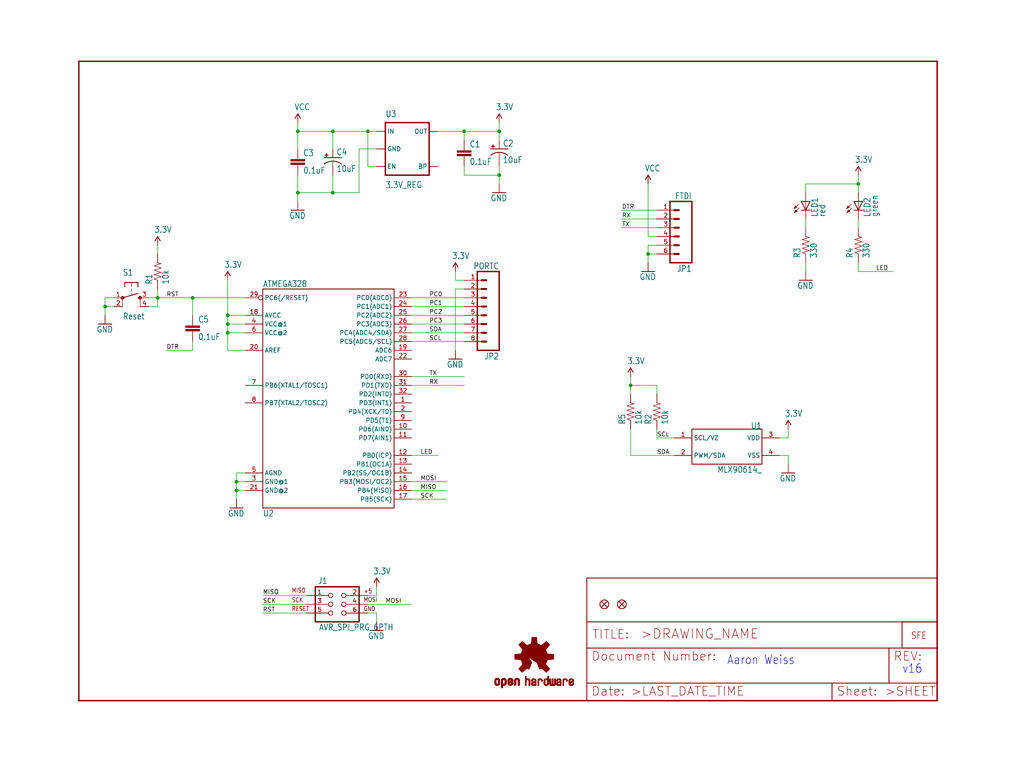
<source format=kicad_sch>
(kicad_sch (version 20211123) (generator eeschema)
  (paper "User" 297.002 223.926)
  (lib_symbols
    (symbol "schematicEagle-eagle-import:3.3V" (power)
      (property "Value" "3.3V" (at -1.016 3.556 0))
      (symbol "3.3V_1_0"
        (pin power_in line (at 0 0 90) (length 2.54) (name "3.3V") (number "1"))
      )
    )
    (symbol "schematicEagle-eagle-import:ATMEGA168"
      (property "Reference" "U" (at -17.78 -38.1 0))
      (property "Value" "ATMEGA168" (at -17.78 28.448 0))
      (symbol "ATMEGA168_1_0"
        (pin bidirectional line (at 25.4 -5.08 180) (length 5.08) (name "PD3(INT1)") (number "1"))
        (pin bidirectional line (at 25.4 -12.7 180) (length 5.08) (name "PD6(AIN0)") (number "10"))
        (pin bidirectional line (at 25.4 -15.24 180) (length 5.08) (name "PD7(AIN1)") (number "11"))
        (pin bidirectional line (at 25.4 -20.32 180) (length 5.08) (name "PB0(ICP)") (number "12"))
        (pin bidirectional line (at 25.4 -22.86 180) (length 5.08) (name "PB1(OC1A)") (number "13"))
        (pin bidirectional line (at 25.4 -25.4 180) (length 5.08) (name "PB2(SS/OC1B)") (number "14"))
        (pin bidirectional line (at 25.4 -27.94 180) (length 5.08) (name "PB3(MOSI/OC2)") (number "15"))
        (pin bidirectional line (at 25.4 -30.48 180) (length 5.08) (name "PB4(MISO)") (number "16"))
        (pin bidirectional line (at 25.4 -33.02 180) (length 5.08) (name "PB5(SCK)") (number "17"))
        (pin bidirectional line (at -22.86 20.32 0) (length 5.08) (name "AVCC") (number "18"))
        (pin bidirectional line (at 25.4 10.16 180) (length 5.08) (name "ADC6") (number "19"))
        (pin bidirectional line (at 25.4 -7.62 180) (length 5.08) (name "PD4(XCK/T0)") (number "2"))
        (pin bidirectional line (at -22.86 10.16 0) (length 5.08) (name "AREF") (number "20"))
        (pin bidirectional line (at -22.86 -30.48 0) (length 5.08) (name "GND@2") (number "21"))
        (pin bidirectional line (at 25.4 7.62 180) (length 5.08) (name "ADC7") (number "22"))
        (pin bidirectional line (at 25.4 25.4 180) (length 5.08) (name "PC0(ADC0)") (number "23"))
        (pin bidirectional line (at 25.4 22.86 180) (length 5.08) (name "PC1(ADC1)") (number "24"))
        (pin bidirectional line (at 25.4 20.32 180) (length 5.08) (name "PC2(ADC2)") (number "25"))
        (pin bidirectional line (at 25.4 17.78 180) (length 5.08) (name "PC3(ADC3)") (number "26"))
        (pin bidirectional line (at 25.4 15.24 180) (length 5.08) (name "PC4(ADC4/SDA)") (number "27"))
        (pin bidirectional line (at 25.4 12.7 180) (length 5.08) (name "PC5(ADC5/SCL)") (number "28"))
        (pin bidirectional inverted (at -22.86 25.4 0) (length 5.08) (name "PC6(/RESET)") (number "29"))
        (pin bidirectional line (at -22.86 -27.94 0) (length 5.08) (name "GND@1") (number "3"))
        (pin bidirectional line (at 25.4 2.54 180) (length 5.08) (name "PD0(RXD)") (number "30"))
        (pin bidirectional line (at 25.4 0 180) (length 5.08) (name "PD1(TXD)") (number "31"))
        (pin bidirectional line (at 25.4 -2.54 180) (length 5.08) (name "PD2(INT0)") (number "32"))
        (pin bidirectional line (at -22.86 17.78 0) (length 5.08) (name "VCC@1") (number "4"))
        (pin bidirectional line (at -22.86 -25.4 0) (length 5.08) (name "AGND") (number "5"))
        (pin bidirectional line (at -22.86 15.24 0) (length 5.08) (name "VCC@2") (number "6"))
        (pin bidirectional line (at -22.86 0 0) (length 5.08) (name "PB6(XTAL1/TOSC1)") (number "7"))
        (pin bidirectional line (at -22.86 -5.08 0) (length 5.08) (name "PB7(XTAL2/TOSC2)") (number "8"))
        (pin bidirectional line (at 25.4 -10.16 180) (length 5.08) (name "PD5(T1)") (number "9"))
      )
    )
    (symbol "schematicEagle-eagle-import:AVR_SPI_PRG_6PTH"
      (property "Reference" "J" (at -4.318 5.842 0))
      (property "Value" "AVR_SPI_PRG_6PTH" (at -4.064 -7.62 0))
      (symbol "AVR_SPI_PRG_6PTH_1_0"
        (text "+5" (at 8.89 3.048 0) (effects (font (size 1.27 1.0795)) (justify left bottom)))
        (text "GND" (at 8.89 -2.032 0) (effects (font (size 1.27 1.0795)) (justify left bottom)))
        (text "MISO" (at -11.938 3.302 0) (effects (font (size 1.27 1.0795)) (justify left bottom)))
        (text "MOSI" (at 8.89 0.635 0) (effects (font (size 1.27 1.0795)) (justify left bottom)))
        (text "RESET" (at -11.938 -2.032 0) (effects (font (size 1.27 1.0795)) (justify left bottom)))
        (text "SCK" (at -11.938 0.508 0) (effects (font (size 1.27 1.0795)) (justify left bottom)))
        (pin passive inverted (at -7.62 2.54 0) (length 7.62) (name "1") (number "1"))
        (pin passive inverted (at 10.16 2.54 180) (length 7.62) (name "2") (number "2"))
        (pin passive inverted (at -7.62 0 0) (length 7.62) (name "3") (number "3"))
        (pin passive inverted (at 10.16 0 180) (length 7.62) (name "4") (number "4"))
        (pin passive inverted (at -7.62 -2.54 0) (length 7.62) (name "5") (number "5"))
        (pin passive inverted (at 10.16 -2.54 180) (length 7.62) (name "6") (number "6"))
      )
    )
    (symbol "schematicEagle-eagle-import:CAP0402-CAP"
      (property "Reference" "C" (at 1.524 2.921 0))
      (property "Value" "CAP0402-CAP" (at 1.524 -2.159 0))
      (symbol "CAP0402-CAP_1_0"
        (pin passive line (at 0 5.08 270) (length 2.54) (name "1") (number "1"))
        (pin passive line (at 0 -2.54 90) (length 2.54) (name "2") (number "2"))
      )
    )
    (symbol "schematicEagle-eagle-import:CAP_POL1206"
      (property "Reference" "C" (at 1.016 0.635 0))
      (property "Value" "CAP_POL1206" (at 1.016 -4.191 0))
      (symbol "CAP_POL1206_1_0"
        (pin passive line (at 0 2.54 270) (length 2.54) (name "+") (number "A"))
        (pin passive line (at 0 -5.08 90) (length 2.54) (name "-") (number "C"))
      )
    )
    (symbol "schematicEagle-eagle-import:FIDUCIAL1X2.5")
    (symbol "schematicEagle-eagle-import:FRAME-LETTER"
      (symbol "FRAME-LETTER_2_0"
        (text ">DRAWING_NAME" (at 15.494 17.78 0) (effects (font (size 2.7432 2.7432)) (justify left bottom)))
        (text ">LAST_DATE_TIME" (at 12.7 1.27 0) (effects (font (size 2.54 2.54)) (justify left bottom)))
        (text ">SHEET" (at 86.36 1.27 0) (effects (font (size 2.54 2.54)) (justify left bottom)))
        (text "Date:" (at 1.27 1.27 0) (effects (font (size 2.54 2.54)) (justify left bottom)))
        (text "Document Number:" (at 1.27 11.43 0) (effects (font (size 2.54 2.54)) (justify left bottom)))
        (text "REV:" (at 88.9 11.43 0) (effects (font (size 2.54 2.54)) (justify left bottom)))
        (text "Sheet:" (at 72.39 1.27 0) (effects (font (size 2.54 2.54)) (justify left bottom)))
        (text "TITLE:" (at 1.524 17.78 0) (effects (font (size 2.54 2.54)) (justify left bottom)))
      )
    )
    (symbol "schematicEagle-eagle-import:GND" (power)
      (property "Value" "GND" (at -2.54 -2.54 0))
      (symbol "GND_1_0"
        (pin power_in line (at 0 2.54 270) (length 2.54) (name "GND") (number "1"))
      )
    )
    (symbol "schematicEagle-eagle-import:LED0603"
      (property "Reference" "LED" (at 3.556 -4.572 90))
      (property "Value" "LED0603" (at 5.715 -4.572 90))
      (symbol "LED0603_1_0"
        (pin passive line (at 0 2.54 270) (length 2.54) (name "A") (number "A"))
        (pin passive line (at 0 -5.08 90) (length 2.54) (name "C") (number "C"))
      )
    )
    (symbol "schematicEagle-eagle-import:LOGO-SFESK"
      (symbol "LOGO-SFESK_1_0"
        (text "SFE" (at 0 0 0) (effects (font (size 1.9304 1.6408)) (justify left bottom)))
      )
    )
    (symbol "schematicEagle-eagle-import:M06SIP"
      (property "Reference" "JP" (at -5.08 10.922 0))
      (property "Value" "M06SIP" (at -5.08 -10.16 0))
      (symbol "M06SIP_1_0"
        (pin passive line (at 5.08 -5.08 180) (length 5.08) (name "1") (number "1"))
        (pin passive line (at 5.08 -2.54 180) (length 5.08) (name "2") (number "2"))
        (pin passive line (at 5.08 0 180) (length 5.08) (name "3") (number "3"))
        (pin passive line (at 5.08 2.54 180) (length 5.08) (name "4") (number "4"))
        (pin passive line (at 5.08 5.08 180) (length 5.08) (name "5") (number "5"))
        (pin passive line (at 5.08 7.62 180) (length 5.08) (name "6") (number "6"))
      )
    )
    (symbol "schematicEagle-eagle-import:M08"
      (property "Reference" "JP" (at -5.08 13.462 0))
      (property "Value" "M08" (at -5.08 -12.7 0))
      (symbol "M08_1_0"
        (pin passive line (at 5.08 -7.62 180) (length 5.08) (name "1") (number "1"))
        (pin passive line (at 5.08 -5.08 180) (length 5.08) (name "2") (number "2"))
        (pin passive line (at 5.08 -2.54 180) (length 5.08) (name "3") (number "3"))
        (pin passive line (at 5.08 0 180) (length 5.08) (name "4") (number "4"))
        (pin passive line (at 5.08 2.54 180) (length 5.08) (name "5") (number "5"))
        (pin passive line (at 5.08 5.08 180) (length 5.08) (name "6") (number "6"))
        (pin passive line (at 5.08 7.62 180) (length 5.08) (name "7") (number "7"))
        (pin passive line (at 5.08 10.16 180) (length 5.08) (name "8") (number "8"))
      )
    )
    (symbol "schematicEagle-eagle-import:MLX90614_"
      (property "Reference" "U" (at -10.16 5.08 0))
      (property "Value" "MLX90614_" (at -10.16 -7.62 0))
      (symbol "MLX90614__1_0"
        (pin bidirectional line (at 15.24 2.54 180) (length 5.08) (name "SCL/VZ") (number "1"))
        (pin bidirectional line (at 15.24 -2.54 180) (length 5.08) (name "PWM/SDA") (number "2"))
        (pin bidirectional line (at -15.24 2.54 0) (length 5.08) (name "VDD") (number "3"))
        (pin bidirectional line (at -15.24 -2.54 0) (length 5.08) (name "VSS") (number "4"))
      )
    )
    (symbol "schematicEagle-eagle-import:OSHW-LOGOS")
    (symbol "schematicEagle-eagle-import:RESISTOR0402-RES"
      (property "Reference" "R" (at -3.81 1.4986 0))
      (property "Value" "RESISTOR0402-RES" (at -3.81 -3.302 0))
      (symbol "RESISTOR0402-RES_1_0"
        (pin passive line (at -5.08 0 0) (length 2.54) (name "1") (number "1"))
        (pin passive line (at 5.08 0 180) (length 2.54) (name "2") (number "2"))
      )
    )
    (symbol "schematicEagle-eagle-import:TAC_SWITCHSMD"
      (property "Reference" "S" (at -2.54 6.35 0))
      (property "Value" "TAC_SWITCHSMD" (at -2.54 -6.35 0))
      (symbol "TAC_SWITCHSMD_1_0"
        (pin passive line (at -5.08 0 0) (length 2.54) (name "1") (number "1"))
        (pin passive line (at -5.08 -2.54 0) (length 2.54) (name "2") (number "2"))
        (pin passive line (at 5.08 0 180) (length 2.54) (name "3") (number "3"))
        (pin passive line (at 5.08 -2.54 180) (length 2.54) (name "4") (number "4"))
      )
    )
    (symbol "schematicEagle-eagle-import:VCC" (power)
      (property "Value" "VCC" (at -1.016 3.556 0))
      (symbol "VCC_1_0"
        (pin power_in line (at 0 0 90) (length 2.54) (name "VCC") (number "1"))
      )
    )
    (symbol "schematicEagle-eagle-import:V_REG_LDOSMD"
      (property "Reference" "U" (at -7.62 9.144 0))
      (property "Value" "V_REG_LDOSMD" (at -7.62 -11.43 0))
      (symbol "V_REG_LDOSMD_1_0"
        (pin input line (at -10.16 5.08 0) (length 2.54) (name "IN") (number "1"))
        (pin input line (at -10.16 0 0) (length 2.54) (name "GND") (number "2"))
        (pin input line (at -10.16 -5.08 0) (length 2.54) (name "EN") (number "3"))
        (pin input line (at 7.62 -5.08 180) (length 2.54) (name "BP") (number "4"))
        (pin passive line (at 7.62 5.08 180) (length 2.54) (name "OUT") (number "5"))
      )
    )
  )
  (junction (at 66.04 91.44))
  (junction (at 96.52 38.1))
  (junction (at 106.68 38.1))
  (junction (at 182.88 111.76))
  (junction (at 45.72 86.36))
  (junction (at 30.48 88.9))
  (junction (at 248.92 53.34))
  (junction (at 66.04 93.98))
  (junction (at 86.36 55.88))
  (junction (at 96.52 55.88))
  (junction (at 66.04 96.52))
  (junction (at 187.96 73.66))
  (junction (at 144.78 38.1))
  (junction (at 68.58 142.24))
  (junction (at 55.88 86.36))
  (junction (at 86.36 38.1))
  (junction (at 68.58 139.7))
  (junction (at 144.78 50.8))
  (junction (at 134.62 38.1))
  (wire (pts (xy 228.6 132.08) (xy 228.6 134.62)))
  (wire (pts (xy 134.62 81.28) (xy 132.08 81.28)))
  (wire (pts (xy 30.48 86.36) (xy 30.48 88.9)))
  (wire (pts (xy 190.5 66.04) (xy 180.34 66.04)))
  (wire (pts (xy 190.5 111.76) (xy 190.5 114.3)))
  (wire (pts (xy 88.9 177.8) (xy 76.2 177.8)))
  (wire (pts (xy 119.38 96.52) (xy 134.62 96.52)))
  (wire (pts (xy 119.38 99.06) (xy 134.62 99.06)))
  (wire (pts (xy 106.68 175.26) (xy 119.38 175.26)))
  (wire (pts (xy 187.96 71.12) (xy 187.96 73.66)))
  (wire (pts (xy 45.72 86.36) (xy 45.72 83.82)))
  (wire (pts (xy 119.38 86.36) (xy 134.62 86.36)))
  (wire (pts (xy 55.88 101.6) (xy 48.26 101.6)))
  (wire (pts (xy 134.62 40.64) (xy 134.62 38.1)))
  (wire (pts (xy 119.38 109.22) (xy 134.62 109.22)))
  (wire (pts (xy 134.62 83.82) (xy 132.08 83.82)))
  (wire (pts (xy 233.68 76.2) (xy 233.68 78.74)))
  (wire (pts (xy 248.92 53.34) (xy 248.92 50.8)))
  (wire (pts (xy 71.12 137.16) (xy 68.58 137.16)))
  (wire (pts (xy 119.38 142.24) (xy 129.54 142.24)))
  (wire (pts (xy 86.36 38.1) (xy 86.36 35.56)))
  (wire (pts (xy 66.04 91.44) (xy 66.04 81.28)))
  (wire (pts (xy 55.88 86.36) (xy 45.72 86.36)))
  (wire (pts (xy 119.38 132.08) (xy 127 132.08)))
  (wire (pts (xy 119.38 91.44) (xy 134.62 91.44)))
  (wire (pts (xy 195.58 127) (xy 190.5 127)))
  (wire (pts (xy 68.58 142.24) (xy 68.58 144.78)))
  (wire (pts (xy 71.12 86.36) (xy 55.88 86.36)))
  (wire (pts (xy 134.62 50.8) (xy 144.78 50.8)))
  (wire (pts (xy 71.12 101.6) (xy 66.04 101.6)))
  (wire (pts (xy 144.78 50.8) (xy 144.78 53.34)))
  (wire (pts (xy 106.68 177.8) (xy 109.22 177.8)))
  (wire (pts (xy 119.38 111.76) (xy 134.62 111.76)))
  (wire (pts (xy 71.12 139.7) (xy 68.58 139.7)))
  (wire (pts (xy 127 38.1) (xy 134.62 38.1)))
  (wire (pts (xy 109.22 172.72) (xy 109.22 170.18)))
  (wire (pts (xy 182.88 114.3) (xy 182.88 111.76)))
  (wire (pts (xy 226.06 132.08) (xy 228.6 132.08)))
  (wire (pts (xy 109.22 177.8) (xy 109.22 180.34)))
  (wire (pts (xy 144.78 38.1) (xy 144.78 35.56)))
  (wire (pts (xy 144.78 50.8) (xy 144.78 48.26)))
  (wire (pts (xy 182.88 111.76) (xy 182.88 109.22)))
  (wire (pts (xy 45.72 88.9) (xy 43.18 88.9)))
  (wire (pts (xy 132.08 83.82) (xy 132.08 101.6)))
  (wire (pts (xy 33.02 88.9) (xy 30.48 88.9)))
  (wire (pts (xy 86.36 55.88) (xy 86.36 50.8)))
  (wire (pts (xy 233.68 66.04) (xy 233.68 63.5)))
  (wire (pts (xy 182.88 111.76) (xy 190.5 111.76)))
  (wire (pts (xy 55.88 99.06) (xy 55.88 101.6)))
  (wire (pts (xy 106.68 38.1) (xy 96.52 38.1)))
  (wire (pts (xy 187.96 73.66) (xy 187.96 76.2)))
  (wire (pts (xy 119.38 139.7) (xy 129.54 139.7)))
  (wire (pts (xy 190.5 73.66) (xy 187.96 73.66)))
  (wire (pts (xy 68.58 139.7) (xy 68.58 142.24)))
  (wire (pts (xy 228.6 127) (xy 228.6 124.46)))
  (wire (pts (xy 187.96 68.58) (xy 187.96 53.34)))
  (wire (pts (xy 106.68 48.26) (xy 106.68 38.1)))
  (wire (pts (xy 109.22 43.18) (xy 104.14 43.18)))
  (wire (pts (xy 45.72 86.36) (xy 45.72 88.9)))
  (wire (pts (xy 96.52 55.88) (xy 96.52 50.8)))
  (wire (pts (xy 233.68 53.34) (xy 248.92 53.34)))
  (wire (pts (xy 86.36 55.88) (xy 86.36 58.42)))
  (wire (pts (xy 190.5 60.96) (xy 180.34 60.96)))
  (wire (pts (xy 66.04 96.52) (xy 66.04 93.98)))
  (wire (pts (xy 248.92 78.74) (xy 259.08 78.74)))
  (wire (pts (xy 45.72 73.66) (xy 45.72 71.12)))
  (wire (pts (xy 104.14 43.18) (xy 104.14 55.88)))
  (wire (pts (xy 71.12 93.98) (xy 66.04 93.98)))
  (wire (pts (xy 226.06 127) (xy 228.6 127)))
  (wire (pts (xy 106.68 172.72) (xy 109.22 172.72)))
  (wire (pts (xy 134.62 38.1) (xy 144.78 38.1)))
  (wire (pts (xy 68.58 137.16) (xy 68.58 139.7)))
  (wire (pts (xy 43.18 86.36) (xy 45.72 86.36)))
  (wire (pts (xy 119.38 88.9) (xy 134.62 88.9)))
  (wire (pts (xy 190.5 68.58) (xy 187.96 68.58)))
  (wire (pts (xy 96.52 38.1) (xy 96.52 43.18)))
  (wire (pts (xy 119.38 93.98) (xy 134.62 93.98)))
  (wire (pts (xy 248.92 53.34) (xy 248.92 55.88)))
  (wire (pts (xy 119.38 144.78) (xy 129.54 144.78)))
  (wire (pts (xy 55.88 91.44) (xy 55.88 86.36)))
  (wire (pts (xy 233.68 55.88) (xy 233.68 53.34)))
  (wire (pts (xy 190.5 71.12) (xy 187.96 71.12)))
  (wire (pts (xy 132.08 81.28) (xy 132.08 78.74)))
  (wire (pts (xy 190.5 127) (xy 190.5 124.46)))
  (wire (pts (xy 71.12 142.24) (xy 68.58 142.24)))
  (wire (pts (xy 66.04 101.6) (xy 66.04 96.52)))
  (wire (pts (xy 86.36 55.88) (xy 96.52 55.88)))
  (wire (pts (xy 86.36 38.1) (xy 96.52 38.1)))
  (wire (pts (xy 86.36 38.1) (xy 86.36 43.18)))
  (wire (pts (xy 71.12 91.44) (xy 66.04 91.44)))
  (wire (pts (xy 134.62 48.26) (xy 134.62 50.8)))
  (wire (pts (xy 71.12 96.52) (xy 66.04 96.52)))
  (wire (pts (xy 106.68 38.1) (xy 109.22 38.1)))
  (wire (pts (xy 66.04 93.98) (xy 66.04 91.44)))
  (wire (pts (xy 190.5 63.5) (xy 180.34 63.5)))
  (wire (pts (xy 248.92 76.2) (xy 248.92 78.74)))
  (wire (pts (xy 109.22 48.26) (xy 106.68 48.26)))
  (wire (pts (xy 88.9 175.26) (xy 76.2 175.26)))
  (wire (pts (xy 195.58 132.08) (xy 182.88 132.08)))
  (wire (pts (xy 88.9 172.72) (xy 76.2 172.72)))
  (wire (pts (xy 33.02 86.36) (xy 30.48 86.36)))
  (wire (pts (xy 144.78 38.1) (xy 144.78 40.64)))
  (wire (pts (xy 248.92 66.04) (xy 248.92 63.5)))
  (wire (pts (xy 182.88 132.08) (xy 182.88 124.46)))
  (wire (pts (xy 30.48 88.9) (xy 30.48 91.44)))
  (wire (pts (xy 104.14 55.88) (xy 96.52 55.88)))
  (text "Aaron Weiss" (at 210.82 193.04 180) (effects (font (size 2.54 2.159)) (justify left bottom)))
  (text "v16" (at 261.62 195.58 180) (effects (font (size 2.54 2.159)) (justify left bottom)))
  (label "MOSI" (at 111.76 175.26 0) (effects (font (size 1.2446 1.2446))))
  (label "TX" (at 124.46 109.22 0) (effects (font (size 1.2446 1.2446))))
  (label "RX" (at 180.34 63.5 0) (effects (font (size 1.2446 1.2446))))
  (label "MISO" (at 76.2 172.72 0) (effects (font (size 1.2446 1.2446))))
  (label "PC0" (at 124.46 86.36 0) (effects (font (size 1.2446 1.2446))))
  (label "MISO" (at 121.92 142.24 0) (effects (font (size 1.2446 1.2446))))
  (label "SCL" (at 190.5 127 0) (effects (font (size 1.2446 1.2446))))
  (label "MOSI" (at 121.92 139.7 0) (effects (font (size 1.2446 1.2446))))
  (label "SDA" (at 124.46 96.52 0) (effects (font (size 1.2446 1.2446))))
  (label "TX" (at 180.34 66.04 0) (effects (font (size 1.2446 1.2446))))
  (label "LED" (at 254 78.74 0) (effects (font (size 1.2446 1.2446))))
  (label "SCL" (at 124.46 99.06 0) (effects (font (size 1.2446 1.2446))))
  (label "PC2" (at 124.46 91.44 0) (effects (font (size 1.2446 1.2446))))
  (label "PC3" (at 124.46 93.98 0) (effects (font (size 1.2446 1.2446))))
  (label "LED" (at 121.92 132.08 0) (effects (font (size 1.2446 1.2446))))
  (label "SCK" (at 121.92 144.78 0) (effects (font (size 1.2446 1.2446))))
  (label "RST" (at 76.2 177.8 0) (effects (font (size 1.2446 1.2446))))
  (label "DTR" (at 48.26 101.6 0) (effects (font (size 1.2446 1.2446))))
  (label "RX" (at 124.46 111.76 0) (effects (font (size 1.2446 1.2446))))
  (label "SCK" (at 76.2 175.26 0) (effects (font (size 1.2446 1.2446))))
  (label "RST" (at 48.26 86.36 0) (effects (font (size 1.2446 1.2446))))
  (label "DTR" (at 180.34 60.96 0) (effects (font (size 1.2446 1.2446))))
  (label "PC1" (at 124.46 88.9 0) (effects (font (size 1.2446 1.2446))))
  (label "SDA" (at 190.5 132.08 0) (effects (font (size 1.2446 1.2446))))
  (symbol (lib_id "schematicEagle-eagle-import:GND") (at 86.36 60.96 0) (unit 1)
    (property "Reference" "#GND4" (effects hide))
    (property "Value" "GND" (at 83.82 63.5 0) (effects (font (size 1.778 1.5113)) (justify left bottom)))
    (property "Footprint" "schematicEagle:" (effects hide))
  )
  (symbol (lib_id "schematicEagle-eagle-import:M08") (at 139.7 88.9 180) (unit 1)
    (property "Reference" "JP2" (at 144.78 102.362 0) (effects (font (size 1.778 1.5113)) (justify left bottom)))
    (property "Value" "PORTC" (at 144.78 76.2 0) (effects (font (size 1.778 1.5113)) (justify left bottom)))
    (property "Footprint" "schematicEagle:1X08" (effects hide))
  )
  (symbol (lib_id "schematicEagle-eagle-import:CAP_POL1206") (at 96.52 45.72 0) (unit 1)
    (property "Reference" "C4" (at 97.536 45.085 0) (effects (font (size 1.778 1.5113)) (justify left bottom)))
    (property "Value" "10uF" (at 97.536 49.911 0) (effects (font (size 1.778 1.5113)) (justify left bottom)))
    (property "Footprint" "schematicEagle:EIA3216" (effects hide))
  )
  (symbol (lib_id "schematicEagle-eagle-import:CAP0402-CAP") (at 134.62 45.72 0) (unit 1)
    (property "Reference" "C1" (at 136.144 42.799 0) (effects (font (size 1.778 1.5113)) (justify left bottom)))
    (property "Value" "0.1uF" (at 136.144 47.879 0) (effects (font (size 1.778 1.5113)) (justify left bottom)))
    (property "Footprint" "schematicEagle:0402-CAP" (effects hide))
  )
  (symbol (lib_id "schematicEagle-eagle-import:RESISTOR0402-RES") (at 190.5 119.38 90) (unit 1)
    (property "Reference" "R2" (at 189.0014 123.19 0) (effects (font (size 1.778 1.5113)) (justify left bottom)))
    (property "Value" "10k" (at 193.802 123.19 0) (effects (font (size 1.778 1.5113)) (justify left bottom)))
    (property "Footprint" "schematicEagle:0402-RES" (effects hide))
  )
  (symbol (lib_id "schematicEagle-eagle-import:3.3V") (at 228.6 124.46 0) (unit 1)
    (property "Reference" "#P+2" (effects hide))
    (property "Value" "3.3V" (at 227.584 120.904 0) (effects (font (size 1.778 1.5113)) (justify left bottom)))
    (property "Footprint" "schematicEagle:" (effects hide))
  )
  (symbol (lib_id "schematicEagle-eagle-import:3.3V") (at 182.88 109.22 0) (unit 1)
    (property "Reference" "#P+10" (effects hide))
    (property "Value" "3.3V" (at 181.864 105.664 0) (effects (font (size 1.778 1.5113)) (justify left bottom)))
    (property "Footprint" "schematicEagle:" (effects hide))
  )
  (symbol (lib_id "schematicEagle-eagle-import:FIDUCIAL1X2.5") (at 175.26 175.26 0) (unit 1)
    (property "Reference" "JP3" (effects hide))
    (property "Value" "FIDUCIAL1X2.5" (effects hide))
    (property "Footprint" "schematicEagle:FIDUCIAL-1X2.5" (effects hide))
  )
  (symbol (lib_id "schematicEagle-eagle-import:3.3V") (at 144.78 35.56 0) (unit 1)
    (property "Reference" "#P+8" (effects hide))
    (property "Value" "3.3V" (at 143.764 32.004 0) (effects (font (size 1.778 1.5113)) (justify left bottom)))
    (property "Footprint" "schematicEagle:" (effects hide))
  )
  (symbol (lib_id "schematicEagle-eagle-import:LED0603") (at 233.68 58.42 0) (unit 1)
    (property "Reference" "LED1" (at 237.236 62.992 90) (effects (font (size 1.778 1.5113)) (justify left bottom)))
    (property "Value" "red" (at 239.395 62.992 90) (effects (font (size 1.778 1.5113)) (justify left bottom)))
    (property "Footprint" "schematicEagle:LED-0603" (effects hide))
  )
  (symbol (lib_id "schematicEagle-eagle-import:RESISTOR0402-RES") (at 45.72 78.74 90) (unit 1)
    (property "Reference" "R1" (at 44.2214 82.55 0) (effects (font (size 1.778 1.5113)) (justify left bottom)))
    (property "Value" "10k" (at 49.022 82.55 0) (effects (font (size 1.778 1.5113)) (justify left bottom)))
    (property "Footprint" "schematicEagle:0402-RES" (effects hide))
  )
  (symbol (lib_id "schematicEagle-eagle-import:GND") (at 68.58 147.32 0) (unit 1)
    (property "Reference" "#GND1" (effects hide))
    (property "Value" "GND" (at 66.04 149.86 0) (effects (font (size 1.778 1.5113)) (justify left bottom)))
    (property "Footprint" "schematicEagle:" (effects hide))
  )
  (symbol (lib_id "schematicEagle-eagle-import:AVR_SPI_PRG_6PTH") (at 96.52 175.26 0) (unit 1)
    (property "Reference" "J1" (at 92.202 169.418 0) (effects (font (size 1.778 1.5113)) (justify left bottom)))
    (property "Value" "AVR_SPI_PRG_6PTH" (at 92.456 182.88 0) (effects (font (size 1.778 1.5113)) (justify left bottom)))
    (property "Footprint" "schematicEagle:2X3" (effects hide))
  )
  (symbol (lib_id "schematicEagle-eagle-import:FIDUCIAL1X2.5") (at 180.34 175.26 0) (unit 1)
    (property "Reference" "JP5" (effects hide))
    (property "Value" "FIDUCIAL1X2.5" (effects hide))
    (property "Footprint" "schematicEagle:FIDUCIAL-1X2.5" (effects hide))
  )
  (symbol (lib_id "schematicEagle-eagle-import:3.3V") (at 109.22 170.18 0) (unit 1)
    (property "Reference" "#P+5" (effects hide))
    (property "Value" "3.3V" (at 108.204 166.624 0) (effects (font (size 1.778 1.5113)) (justify left bottom)))
    (property "Footprint" "schematicEagle:" (effects hide))
  )
  (symbol (lib_id "schematicEagle-eagle-import:GND") (at 187.96 78.74 0) (unit 1)
    (property "Reference" "#GND7" (effects hide))
    (property "Value" "GND" (at 185.42 81.28 0) (effects (font (size 1.778 1.5113)) (justify left bottom)))
    (property "Footprint" "schematicEagle:" (effects hide))
  )
  (symbol (lib_id "schematicEagle-eagle-import:M06SIP") (at 195.58 66.04 180) (unit 1)
    (property "Reference" "JP1" (at 200.66 76.962 0) (effects (font (size 1.778 1.5113)) (justify left bottom)))
    (property "Value" "FTDI" (at 200.66 55.88 0) (effects (font (size 1.778 1.5113)) (justify left bottom)))
    (property "Footprint" "schematicEagle:1X06" (effects hide))
  )
  (symbol (lib_id "schematicEagle-eagle-import:RESISTOR0402-RES") (at 233.68 71.12 90) (unit 1)
    (property "Reference" "R3" (at 232.1814 74.93 0) (effects (font (size 1.778 1.5113)) (justify left bottom)))
    (property "Value" "330" (at 236.982 74.93 0) (effects (font (size 1.778 1.5113)) (justify left bottom)))
    (property "Footprint" "schematicEagle:0402-RES" (effects hide))
  )
  (symbol (lib_id "schematicEagle-eagle-import:LOGO-SFESK") (at 264.16 185.42 0) (unit 1)
    (property "Reference" "JP4" (effects hide))
    (property "Value" "LOGO-SFESK" (effects hide))
    (property "Footprint" "schematicEagle:SFE-LOGO-FLAME" (effects hide))
  )
  (symbol (lib_id "schematicEagle-eagle-import:CAP0402-CAP") (at 55.88 96.52 0) (unit 1)
    (property "Reference" "C5" (at 57.404 93.599 0) (effects (font (size 1.778 1.5113)) (justify left bottom)))
    (property "Value" "0.1uF" (at 57.404 98.679 0) (effects (font (size 1.778 1.5113)) (justify left bottom)))
    (property "Footprint" "schematicEagle:0402-CAP" (effects hide))
  )
  (symbol (lib_id "schematicEagle-eagle-import:RESISTOR0402-RES") (at 182.88 119.38 90) (unit 1)
    (property "Reference" "R5" (at 181.3814 123.19 0) (effects (font (size 1.778 1.5113)) (justify left bottom)))
    (property "Value" "10k" (at 186.182 123.19 0) (effects (font (size 1.778 1.5113)) (justify left bottom)))
    (property "Footprint" "schematicEagle:0402-RES" (effects hide))
  )
  (symbol (lib_id "schematicEagle-eagle-import:LED0603") (at 248.92 58.42 0) (unit 1)
    (property "Reference" "LED2" (at 252.476 62.992 90) (effects (font (size 1.778 1.5113)) (justify left bottom)))
    (property "Value" "green" (at 254.635 62.992 90) (effects (font (size 1.778 1.5113)) (justify left bottom)))
    (property "Footprint" "schematicEagle:LED-0603" (effects hide))
  )
  (symbol (lib_id "schematicEagle-eagle-import:3.3V") (at 248.92 50.8 0) (unit 1)
    (property "Reference" "#P+6" (effects hide))
    (property "Value" "3.3V" (at 247.904 47.244 0) (effects (font (size 1.778 1.5113)) (justify left bottom)))
    (property "Footprint" "schematicEagle:" (effects hide))
  )
  (symbol (lib_id "schematicEagle-eagle-import:GND") (at 144.78 55.88 0) (unit 1)
    (property "Reference" "#GND8" (effects hide))
    (property "Value" "GND" (at 142.24 58.42 0) (effects (font (size 1.778 1.5113)) (justify left bottom)))
    (property "Footprint" "schematicEagle:" (effects hide))
  )
  (symbol (lib_id "schematicEagle-eagle-import:GND") (at 109.22 182.88 0) (unit 1)
    (property "Reference" "#GND5" (effects hide))
    (property "Value" "GND" (at 106.68 185.42 0) (effects (font (size 1.778 1.5113)) (justify left bottom)))
    (property "Footprint" "schematicEagle:" (effects hide))
  )
  (symbol (lib_id "schematicEagle-eagle-import:FRAME-LETTER") (at 170.18 203.2 0) (unit 2)
    (property "Reference" "#FRAME1" (effects hide))
    (property "Value" "FRAME-LETTER" (effects hide))
    (property "Footprint" "schematicEagle:" (effects hide))
  )
  (symbol (lib_id "schematicEagle-eagle-import:OSHW-LOGOS") (at 154.94 190.5 0) (unit 1)
    (property "Reference" "U$1" (effects hide))
    (property "Value" "OSHW-LOGOS" (effects hide))
    (property "Footprint" "schematicEagle:OSHW-LOGO-S" (effects hide))
  )
  (symbol (lib_id "schematicEagle-eagle-import:GND") (at 132.08 104.14 0) (unit 1)
    (property "Reference" "#GND9" (effects hide))
    (property "Value" "GND" (at 129.54 106.68 0) (effects (font (size 1.778 1.5113)) (justify left bottom)))
    (property "Footprint" "schematicEagle:" (effects hide))
  )
  (symbol (lib_id "schematicEagle-eagle-import:V_REG_LDOSMD") (at 119.38 43.18 0) (unit 1)
    (property "Reference" "U3" (at 111.76 34.036 0) (effects (font (size 1.778 1.5113)) (justify left bottom)))
    (property "Value" "3.3V_REG" (at 111.76 54.61 0) (effects (font (size 1.778 1.5113)) (justify left bottom)))
    (property "Footprint" "schematicEagle:SOT23-5" (effects hide))
  )
  (symbol (lib_id "schematicEagle-eagle-import:CAP_POL1206") (at 144.78 43.18 0) (unit 1)
    (property "Reference" "C2" (at 145.796 42.545 0) (effects (font (size 1.778 1.5113)) (justify left bottom)))
    (property "Value" "10uF" (at 145.796 47.371 0) (effects (font (size 1.778 1.5113)) (justify left bottom)))
    (property "Footprint" "schematicEagle:EIA3216" (effects hide))
  )
  (symbol (lib_id "schematicEagle-eagle-import:GND") (at 30.48 93.98 0) (unit 1)
    (property "Reference" "#GND3" (effects hide))
    (property "Value" "GND" (at 27.94 96.52 0) (effects (font (size 1.778 1.5113)) (justify left bottom)))
    (property "Footprint" "schematicEagle:" (effects hide))
  )
  (symbol (lib_id "schematicEagle-eagle-import:TAC_SWITCHSMD") (at 38.1 86.36 0) (unit 1)
    (property "Reference" "S1" (at 35.56 80.01 0) (effects (font (size 1.778 1.5113)) (justify left bottom)))
    (property "Value" "Reset" (at 35.56 92.71 0) (effects (font (size 1.778 1.5113)) (justify left bottom)))
    (property "Footprint" "schematicEagle:TACTILE_SWITCH_SMD" (effects hide))
  )
  (symbol (lib_id "schematicEagle-eagle-import:VCC") (at 187.96 53.34 0) (unit 1)
    (property "Reference" "#P+3" (effects hide))
    (property "Value" "VCC" (at 186.944 49.784 0) (effects (font (size 1.778 1.5113)) (justify left bottom)))
    (property "Footprint" "schematicEagle:" (effects hide))
  )
  (symbol (lib_id "schematicEagle-eagle-import:CAP0402-CAP") (at 86.36 48.26 0) (unit 1)
    (property "Reference" "C3" (at 87.884 45.339 0) (effects (font (size 1.778 1.5113)) (justify left bottom)))
    (property "Value" "0.1uF" (at 87.884 50.419 0) (effects (font (size 1.778 1.5113)) (justify left bottom)))
    (property "Footprint" "schematicEagle:0402-CAP" (effects hide))
  )
  (symbol (lib_id "schematicEagle-eagle-import:GND") (at 228.6 137.16 0) (unit 1)
    (property "Reference" "#GND2" (effects hide))
    (property "Value" "GND" (at 226.06 139.7 0) (effects (font (size 1.778 1.5113)) (justify left bottom)))
    (property "Footprint" "schematicEagle:" (effects hide))
  )
  (symbol (lib_id "schematicEagle-eagle-import:ATMEGA168") (at 93.98 111.76 0) (unit 1)
    (property "Reference" "U2" (at 76.2 149.86 0) (effects (font (size 1.778 1.5113)) (justify left bottom)))
    (property "Value" "ATMEGA328" (at 76.2 83.312 0) (effects (font (size 1.778 1.5113)) (justify left bottom)))
    (property "Footprint" "schematicEagle:TQFP32-08" (effects hide))
  )
  (symbol (lib_id "schematicEagle-eagle-import:3.3V") (at 45.72 71.12 0) (unit 1)
    (property "Reference" "#P+7" (effects hide))
    (property "Value" "3.3V" (at 44.704 67.564 0) (effects (font (size 1.778 1.5113)) (justify left bottom)))
    (property "Footprint" "schematicEagle:" (effects hide))
  )
  (symbol (lib_id "schematicEagle-eagle-import:FRAME-LETTER") (at 22.86 203.2 0) (unit 1)
    (property "Reference" "#FRAME1" (effects hide))
    (property "Value" "FRAME-LETTER" (effects hide))
    (property "Footprint" "schematicEagle:" (effects hide))
  )
  (symbol (lib_id "schematicEagle-eagle-import:VCC") (at 86.36 35.56 0) (unit 1)
    (property "Reference" "#P+4" (effects hide))
    (property "Value" "VCC" (at 85.344 32.004 0) (effects (font (size 1.778 1.5113)) (justify left bottom)))
    (property "Footprint" "schematicEagle:" (effects hide))
  )
  (symbol (lib_id "schematicEagle-eagle-import:RESISTOR0402-RES") (at 248.92 71.12 90) (unit 1)
    (property "Reference" "R4" (at 247.4214 74.93 0) (effects (font (size 1.778 1.5113)) (justify left bottom)))
    (property "Value" "330" (at 252.222 74.93 0) (effects (font (size 1.778 1.5113)) (justify left bottom)))
    (property "Footprint" "schematicEagle:0402-RES" (effects hide))
  )
  (symbol (lib_id "schematicEagle-eagle-import:GND") (at 233.68 81.28 0) (unit 1)
    (property "Reference" "#GND6" (effects hide))
    (property "Value" "GND" (at 231.14 83.82 0) (effects (font (size 1.778 1.5113)) (justify left bottom)))
    (property "Footprint" "schematicEagle:" (effects hide))
  )
  (symbol (lib_id "schematicEagle-eagle-import:3.3V") (at 66.04 81.28 0) (unit 1)
    (property "Reference" "#P+1" (effects hide))
    (property "Value" "3.3V" (at 65.024 77.724 0) (effects (font (size 1.778 1.5113)) (justify left bottom)))
    (property "Footprint" "schematicEagle:" (effects hide))
  )
  (symbol (lib_id "schematicEagle-eagle-import:3.3V") (at 132.08 78.74 0) (unit 1)
    (property "Reference" "#P+9" (effects hide))
    (property "Value" "3.3V" (at 131.064 75.184 0) (effects (font (size 1.778 1.5113)) (justify left bottom)))
    (property "Footprint" "schematicEagle:" (effects hide))
  )
  (symbol (lib_id "schematicEagle-eagle-import:MLX90614_") (at 210.82 129.54 0) (mirror y) (unit 1)
    (property "Reference" "U1" (at 220.98 124.46 0) (effects (font (size 1.778 1.5113)) (justify left bottom)))
    (property "Value" "MLX90614_" (at 220.98 137.16 0) (effects (font (size 1.778 1.5113)) (justify left bottom)))
    (property "Footprint" "schematicEagle:TO-39" (effects hide))
  )
)
</source>
